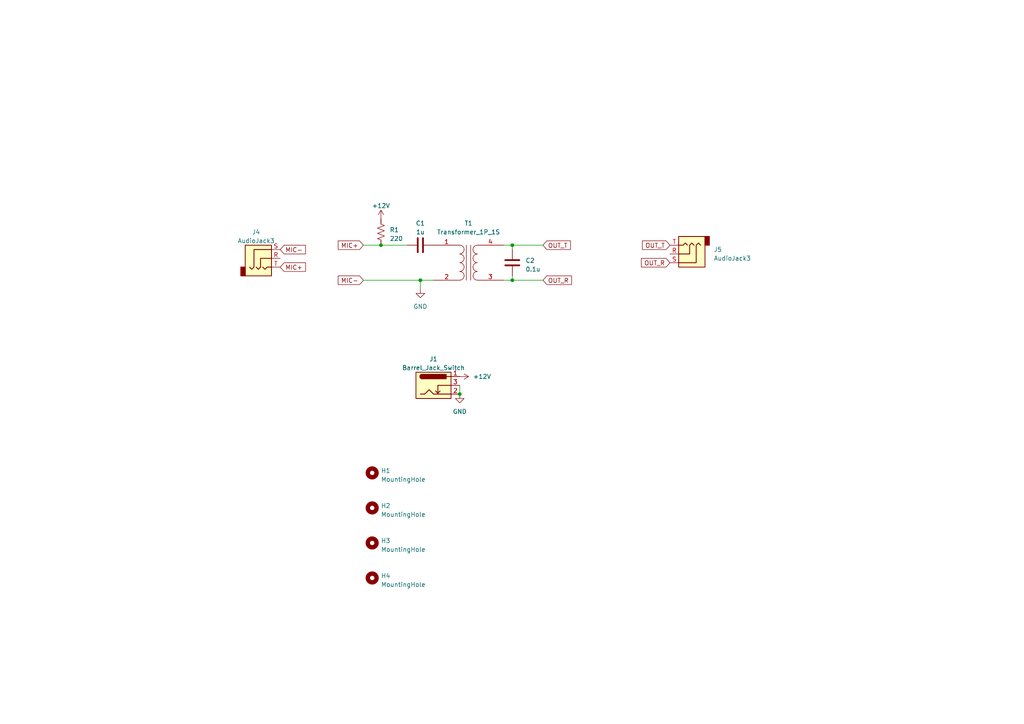
<source format=kicad_sch>
(kicad_sch (version 20230121) (generator eeschema)
  (paper "A4")
  (lib_symbols
    (symbol "Connector:Barrel_Jack_Switch" (pin_names hide)
      (property "Reference" "J" (at 0 5.334 0))
      (property "Value" "Barrel_Jack_Switch" (at 0 -5.08 0))
      (symbol "Barrel_Jack_Switch_0_1"
        (rectangle (start -5.08 3.81) (end 5.08 -3.81) (stroke (width 0.254)) (fill (type background)))
        (arc (start -3.302 3.175) (mid -3.9343 2.54) (end -3.302 1.905) (stroke (width 0.254)))
        (arc (start -3.302 3.175) (mid -3.9343 2.54) (end -3.302 1.905) (stroke (width 0.254)) (fill (type outline)))
        (polyline (pts (xy 1.27 -2.286) (xy 1.905 -1.651)) (stroke (width 0.254)))
        (polyline (pts (xy 5.08 2.54) (xy 3.81 2.54)) (stroke (width 0.254)))
        (polyline (pts (xy 5.08 0) (xy 1.27 0) (xy 1.27 -2.286) (xy 0.635 -1.651)) (stroke (width 0.254)))
        (polyline (pts (xy -3.81 -2.54) (xy -2.54 -2.54) (xy -1.27 -1.27) (xy 0 -2.54) (xy 2.54 -2.54) (xy 5.08 -2.54)) (stroke (width 0.254)))
        (rectangle (start 3.683 3.175) (end -3.302 1.905) (stroke (width 0.254)) (fill (type outline)))
      )
      (symbol "Barrel_Jack_Switch_1_1"
        (pin passive line (at 7.62 2.54 180) (length 2.54) (name "~") (number "1"))
        (pin passive line (at 7.62 -2.54 180) (length 2.54) (name "~") (number "2"))
        (pin passive line (at 7.62 0 180) (length 2.54) (name "~") (number "3"))
      )
    )
    (symbol "Connector_Audio:AudioJack3"
      (property "Reference" "J" (at 0 8.89 0))
      (property "Value" "AudioJack3" (at 0 6.35 0))
      (symbol "AudioJack3_0_1"
        (rectangle (start -5.08 -5.08) (end -6.35 -2.54) (stroke (width 0.254)) (fill (type outline)))
        (polyline (pts (xy 0 -2.54) (xy 0.635 -3.175) (xy 1.27 -2.54) (xy 2.54 -2.54)) (stroke (width 0.254)))
        (polyline (pts (xy -1.905 -2.54) (xy -1.27 -3.175) (xy -0.635 -2.54) (xy -0.635 0) (xy 2.54 0)) (stroke (width 0.254)))
        (polyline (pts (xy 2.54 2.54) (xy -2.54 2.54) (xy -2.54 -2.54) (xy -3.175 -3.175) (xy -3.81 -2.54)) (stroke (width 0.254)))
        (rectangle (start 2.54 3.81) (end -5.08 -5.08) (stroke (width 0.254)) (fill (type background)))
      )
      (symbol "AudioJack3_1_1"
        (pin passive line (at 5.08 0 180) (length 2.54) (name "~") (number "R"))
        (pin passive line (at 5.08 2.54 180) (length 2.54) (name "~") (number "S"))
        (pin passive line (at 5.08 -2.54 180) (length 2.54) (name "~") (number "T"))
      )
    )
    (symbol "Device:C" (pin_numbers hide) (pin_names (offset 0.254))
      (property "Reference" "C" (at 0.635 2.54 0))
      (property "Value" "C" (at 0.635 -2.54 0))
      (symbol "C_0_1"
        (polyline (pts (xy -2.032 -0.762) (xy 2.032 -0.762)) (stroke (width 0.508)))
        (polyline (pts (xy -2.032 0.762) (xy 2.032 0.762)) (stroke (width 0.508)))
      )
      (symbol "C_1_1"
        (pin passive line (at 0 3.81 270) (length 2.794) (name "~") (number "1"))
        (pin passive line (at 0 -3.81 90) (length 2.794) (name "~") (number "2"))
      )
    )
    (symbol "Device:R_US" (pin_numbers hide) (pin_names (offset 0))
      (property "Reference" "R" (at 2.54 0 90))
      (property "Value" "R_US" (at -2.54 0 90))
      (symbol "R_US_0_1"
        (polyline (pts (xy 0 -2.286) (xy 0 -2.54)))
        (polyline (pts (xy 0 2.286) (xy 0 2.54)))
        (polyline (pts (xy 0 -0.762) (xy 1.016 -1.143) (xy 0 -1.524) (xy -1.016 -1.905) (xy 0 -2.286)))
        (polyline (pts (xy 0 0.762) (xy 1.016 0.381) (xy 0 0) (xy -1.016 -0.381) (xy 0 -0.762)))
        (polyline (pts (xy 0 2.286) (xy 1.016 1.905) (xy 0 1.524) (xy -1.016 1.143) (xy 0 0.762)))
      )
      (symbol "R_US_1_1"
        (pin passive line (at 0 3.81 270) (length 1.27) (name "~") (number "1"))
        (pin passive line (at 0 -3.81 90) (length 1.27) (name "~") (number "2"))
      )
    )
    (symbol "Device:Transformer_1P_1S" (pin_names (offset 1.016) hide)
      (property "Reference" "T" (at 0 6.35 0))
      (property "Value" "Transformer_1P_1S" (at 0 -7.62 0))
      (symbol "Transformer_1P_1S_0_1"
        (arc (start -2.54 -5.0546) (mid -1.6599 -4.6901) (end -1.27 -3.81))
        (arc (start -2.54 -2.5146) (mid -1.6599 -2.1501) (end -1.27 -1.27))
        (arc (start -2.54 0.0254) (mid -1.6599 0.3899) (end -1.27 1.27))
        (arc (start -2.54 2.5654) (mid -1.6599 2.9299) (end -1.27 3.81))
        (arc (start -1.27 -3.81) (mid -1.642 -2.912) (end -2.54 -2.54))
        (arc (start -1.27 -1.27) (mid -1.642 -0.372) (end -2.54 0))
        (arc (start -1.27 1.27) (mid -1.642 2.168) (end -2.54 2.54))
        (arc (start -1.27 3.81) (mid -1.642 4.708) (end -2.54 5.08))
        (polyline (pts (xy -0.635 5.08) (xy -0.635 -5.08)))
        (polyline (pts (xy 0.635 -5.08) (xy 0.635 5.08)))
        (arc (start 1.2954 -1.27) (mid 1.6599 -2.1501) (end 2.54 -2.5146))
        (arc (start 1.2954 1.27) (mid 1.6599 0.3899) (end 2.54 0.0254))
        (arc (start 1.2954 3.81) (mid 1.6599 2.9299) (end 2.54 2.5654))
        (arc (start 1.3208 -3.81) (mid 1.6853 -4.6901) (end 2.5654 -5.0546))
        (arc (start 2.54 0) (mid 1.642 -0.372) (end 1.2954 -1.27))
        (arc (start 2.54 2.54) (mid 1.642 2.168) (end 1.2954 1.27))
        (arc (start 2.54 5.08) (mid 1.642 4.708) (end 1.2954 3.81))
        (arc (start 2.5654 -2.54) (mid 1.6674 -2.912) (end 1.3208 -3.81))
      )
      (symbol "Transformer_1P_1S_1_1"
        (pin passive line (at -10.16 5.08 0) (length 7.62) (name "AA") (number "1"))
        (pin passive line (at -10.16 -5.08 0) (length 7.62) (name "AB") (number "2"))
        (pin passive line (at 10.16 -5.08 180) (length 7.62) (name "SA") (number "3"))
        (pin passive line (at 10.16 5.08 180) (length 7.62) (name "SB") (number "4"))
      )
    )
    (symbol "Mechanical:MountingHole" (pin_names (offset 1.016))
      (property "Reference" "H" (at 0 5.08 0))
      (property "Value" "MountingHole" (at 0 3.175 0))
      (symbol "MountingHole_0_1"
        (circle (center 0 0) (radius 1.27) (stroke (width 1.27)))
      )
    )
    (symbol "power:+12V" (power) (pin_names (offset 0))
      (property "Value" "+12V" (at 0 3.556 0))
      (symbol "+12V_0_1"
        (polyline (pts (xy -0.762 1.27) (xy 0 2.54)))
        (polyline (pts (xy 0 0) (xy 0 2.54)))
        (polyline (pts (xy 0 2.54) (xy 0.762 1.27)))
      )
      (symbol "+12V_1_1"
        (pin power_in line (at 0 0 90) (length 0) hide (name "+12V") (number "1"))
      )
    )
    (symbol "power:GND" (power) (pin_names (offset 0))
      (property "Value" "GND" (at 0 -3.81 0))
      (symbol "GND_0_1"
        (polyline (pts (xy 0 0) (xy 0 -1.27) (xy 1.27 -1.27) (xy 0 -2.54) (xy -1.27 -1.27) (xy 0 -1.27)))
      )
      (symbol "GND_1_1"
        (pin power_in line (at 0 0 270) (length 0) hide (name "GND") (number "1"))
      )
    )
  )
  (junction (at 148.59 81.28))
  (junction (at 121.92 81.28))
  (junction (at 148.59 71.12))
  (junction (at 133.35 114.3))
  (junction (at 110.49 71.12))
  (wire (pts (xy 121.92 81.28) (xy 125.73 81.28)))
  (wire (pts (xy 133.35 111.76) (xy 133.35 114.3)))
  (wire (pts (xy 157.48 81.28) (xy 148.59 81.28)))
  (wire (pts (xy 105.41 81.28) (xy 121.92 81.28)))
  (wire (pts (xy 105.41 71.12) (xy 110.49 71.12)))
  (wire (pts (xy 148.59 71.12) (xy 157.48 71.12)))
  (wire (pts (xy 146.05 81.28) (xy 148.59 81.28)))
  (wire (pts (xy 146.05 71.12) (xy 148.59 71.12)))
  (wire (pts (xy 148.59 71.12) (xy 148.59 72.39)))
  (wire (pts (xy 121.92 83.82) (xy 121.92 81.28)))
  (wire (pts (xy 110.49 71.12) (xy 118.11 71.12)))
  (wire (pts (xy 148.59 80.01) (xy 148.59 81.28)))
  (global_label "MIC-" (shape input) (at 81.28 72.39 0) (property "Intersheetrefs" "${INTERSHEET_REFS}" (effects hide)))
  (global_label "MIC+" (shape input) (at 105.41 71.12 180) (property "Intersheetrefs" "${INTERSHEET_REFS}" (effects hide)))
  (global_label "OUT_T" (shape input) (at 194.31 71.12 180) (property "Intersheetrefs" "${INTERSHEET_REFS}" (effects hide)))
  (global_label "MIC+" (shape input) (at 81.28 77.47 0) (property "Intersheetrefs" "${INTERSHEET_REFS}" (effects hide)))
  (global_label "OUT_R" (shape input) (at 194.31 76.2 180) (property "Intersheetrefs" "${INTERSHEET_REFS}" (effects hide)))
  (global_label "OUT_T" (shape input) (at 157.48 71.12 0) (property "Intersheetrefs" "${INTERSHEET_REFS}" (effects hide)))
  (global_label "OUT_R" (shape input) (at 157.48 81.28 0) (property "Intersheetrefs" "${INTERSHEET_REFS}" (effects hide)))
  (global_label "MIC-" (shape input) (at 105.41 81.28 180) (property "Intersheetrefs" "${INTERSHEET_REFS}" (effects hide)))
  (symbol (lib_id "Device:C") (at 148.59 76.2 180) (unit 1)
    (property "Reference" "C2" (at 152.4 75.565 0) (effects (justify right)))
    (property "Value" "0.1u" (at 152.4 78.105 0) (effects (justify right)))
    (property "Footprint" "Capacitor_SMD:C_0603_1608Metric" (effects hide))
  )
  (symbol (lib_id "Mechanical:MountingHole") (at 107.95 137.16 0) (unit 1)
    (property "Reference" "H1" (at 110.49 136.525 0) (effects (justify left)))
    (property "Value" "MountingHole" (at 110.49 139.065 0) (effects (justify left)))
    (property "Footprint" "MountingHole:MountingHole_3.2mm_M3" (effects hide))
  )
  (symbol (lib_id "Connector:Barrel_Jack_Switch") (at 125.73 111.76 0) (unit 1)
    (property "Reference" "J1" (at 125.73 104.14 0))
    (property "Value" "Barrel_Jack_Switch" (at 125.73 106.68 0))
    (property "Footprint" "Connector_BarrelJack:BarrelJack_CLIFF_FC681465S_SMT_Horizontal" (effects hide))
  )
  (symbol (lib_id "Mechanical:MountingHole") (at 107.95 167.64 0) (unit 1)
    (property "Reference" "H4" (at 110.49 167.005 0) (effects (justify left)))
    (property "Value" "MountingHole" (at 110.49 169.545 0) (effects (justify left)))
    (property "Footprint" "MountingHole:MountingHole_3.2mm_M3" (effects hide))
  )
  (symbol (lib_id "Connector_Audio:AudioJack3") (at 76.2 74.93 0) (unit 1)
    (property "Reference" "J4" (at 74.295 67.31 0))
    (property "Value" "AudioJack3" (at 74.295 69.85 0))
    (property "Footprint" "Connector_Audio:Jack_3.5mm_CUI_SJ-3523-SMT_Horizontal" (effects hide))
  )
  (symbol (lib_id "Device:R_US") (at 110.49 67.31 180) (unit 1)
    (property "Reference" "R1" (at 113.03 66.675 0) (effects (justify right)))
    (property "Value" "220" (at 113.03 69.215 0) (effects (justify right)))
    (property "Footprint" "Resistor_SMD:R_0603_1608Metric" (effects hide))
  )
  (symbol (lib_id "Device:C") (at 121.92 71.12 270) (unit 1)
    (property "Reference" "C1" (at 121.92 64.77 90))
    (property "Value" "1u" (at 121.92 67.31 90))
    (property "Footprint" "Capacitor_SMD:C_0603_1608Metric" (effects hide))
  )
  (symbol (lib_id "Mechanical:MountingHole") (at 107.95 157.48 0) (unit 1)
    (property "Reference" "H3" (at 110.49 156.845 0) (effects (justify left)))
    (property "Value" "MountingHole" (at 110.49 159.385 0) (effects (justify left)))
    (property "Footprint" "MountingHole:MountingHole_3.2mm_M3" (effects hide))
  )
  (symbol (lib_id "Mechanical:MountingHole") (at 107.95 147.32 0) (unit 1)
    (property "Reference" "H2" (at 110.49 146.685 0) (effects (justify left)))
    (property "Value" "MountingHole" (at 110.49 149.225 0) (effects (justify left)))
    (property "Footprint" "MountingHole:MountingHole_3.2mm_M3" (effects hide))
  )
  (symbol (lib_id "power:GND") (at 121.92 83.82 0) (unit 1)
    (property "Reference" "#PWR01" (effects hide))
    (property "Value" "GND" (at 121.92 88.9 0))
  )
  (symbol (lib_id "Connector_Audio:AudioJack3") (at 199.39 73.66 180) (unit 1)
    (property "Reference" "J5" (at 207.01 72.39 0) (effects (justify right)))
    (property "Value" "AudioJack3" (at 207.01 74.93 0) (effects (justify right)))
    (property "Footprint" "Connector_Audio:Jack_3.5mm_CUI_SJ-3523-SMT_Horizontal" (effects hide))
  )
  (symbol (lib_id "power:+12V") (at 110.49 63.5 0) (unit 1)
    (property "Reference" "#PWR05" (effects hide))
    (property "Value" "+12V" (at 110.49 59.69 0))
  )
  (symbol (lib_id "power:+12V") (at 133.35 109.22 270) (unit 1)
    (property "Reference" "#PWR04" (effects hide))
    (property "Value" "+12V" (at 137.16 109.22 90) (effects (justify left)))
  )
  (symbol (lib_id "Device:Transformer_1P_1S") (at 135.89 76.2 0) (unit 1)
    (property "Reference" "T1" (at 135.89 64.77 0))
    (property "Value" "Transformer_1P_1S" (at 135.89 67.31 0))
    (property "Footprint" "AlexCustom:EI14" (effects hide))
  )
  (symbol (lib_id "power:GND") (at 133.35 114.3 0) (unit 1)
    (property "Reference" "#PWR06" (effects hide))
    (property "Value" "GND" (at 133.35 119.38 0))
  )
)
</source>
